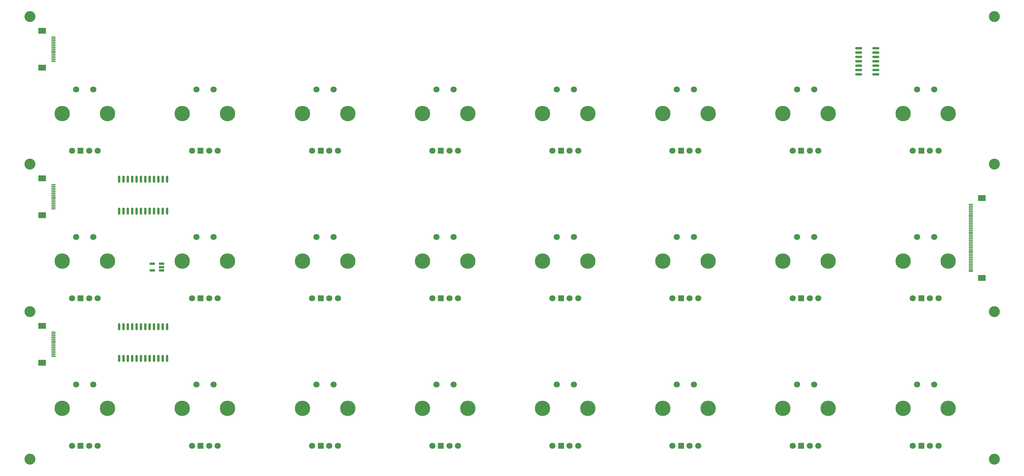
<source format=gbr>
%TF.GenerationSoftware,KiCad,Pcbnew,7.0.7*%
%TF.CreationDate,2024-03-28T21:46:40-04:00*%
%TF.ProjectId,midi-controller_pot-board_teensy,6d696469-2d63-46f6-9e74-726f6c6c6572,rev?*%
%TF.SameCoordinates,Original*%
%TF.FileFunction,Soldermask,Bot*%
%TF.FilePolarity,Negative*%
%FSLAX46Y46*%
G04 Gerber Fmt 4.6, Leading zero omitted, Abs format (unit mm)*
G04 Created by KiCad (PCBNEW 7.0.7) date 2024-03-28 21:46:40*
%MOMM*%
%LPD*%
G01*
G04 APERTURE LIST*
G04 Aperture macros list*
%AMRoundRect*
0 Rectangle with rounded corners*
0 $1 Rounding radius*
0 $2 $3 $4 $5 $6 $7 $8 $9 X,Y pos of 4 corners*
0 Add a 4 corners polygon primitive as box body*
4,1,4,$2,$3,$4,$5,$6,$7,$8,$9,$2,$3,0*
0 Add four circle primitives for the rounded corners*
1,1,$1+$1,$2,$3*
1,1,$1+$1,$4,$5*
1,1,$1+$1,$6,$7*
1,1,$1+$1,$8,$9*
0 Add four rect primitives between the rounded corners*
20,1,$1+$1,$2,$3,$4,$5,0*
20,1,$1+$1,$4,$5,$6,$7,0*
20,1,$1+$1,$6,$7,$8,$9,0*
20,1,$1+$1,$8,$9,$2,$3,0*%
G04 Aperture macros list end*
%ADD10R,1.800000X1.800000*%
%ADD11C,1.800000*%
%ADD12C,4.500000*%
%ADD13C,3.200000*%
%ADD14RoundRect,0.150000X-0.150000X0.875000X-0.150000X-0.875000X0.150000X-0.875000X0.150000X0.875000X0*%
%ADD15R,1.560000X0.650000*%
%ADD16R,1.300000X0.300000*%
%ADD17R,2.200000X1.800000*%
%ADD18RoundRect,0.150000X0.825000X0.150000X-0.825000X0.150000X-0.825000X-0.150000X0.825000X-0.150000X0*%
G04 APERTURE END LIST*
D10*
%TO.C,RV8*%
X356928000Y-137664000D03*
D11*
X359428000Y-137664000D03*
X361928000Y-137664000D03*
X354428000Y-137664000D03*
X355678000Y-119764000D03*
X360678000Y-119764000D03*
D12*
X351578000Y-126764000D03*
X364778000Y-126764000D03*
%TD*%
D13*
%TO.C,H8*%
X378178000Y-227554000D03*
%TD*%
D10*
%TO.C,RV16*%
X356928000Y-180664000D03*
D11*
X359428000Y-180664000D03*
X361928000Y-180664000D03*
X354428000Y-180664000D03*
X355678000Y-162764000D03*
X360678000Y-162764000D03*
D12*
X351578000Y-169764000D03*
X364778000Y-169764000D03*
%TD*%
D10*
%TO.C,RV24*%
X356928000Y-223664000D03*
D11*
X359428000Y-223664000D03*
X361928000Y-223664000D03*
X354428000Y-223664000D03*
X355678000Y-205764000D03*
X360678000Y-205764000D03*
D12*
X351578000Y-212764000D03*
X364778000Y-212764000D03*
%TD*%
D10*
%TO.C,RV2*%
X146928000Y-137664000D03*
D11*
X149428000Y-137664000D03*
X151928000Y-137664000D03*
X144428000Y-137664000D03*
X145678000Y-119764000D03*
X150678000Y-119764000D03*
D12*
X141578000Y-126764000D03*
X154778000Y-126764000D03*
%TD*%
D10*
%TO.C,RV10*%
X146928000Y-180664000D03*
D11*
X149428000Y-180664000D03*
X151928000Y-180664000D03*
X144428000Y-180664000D03*
X145678000Y-162764000D03*
X150678000Y-162764000D03*
D12*
X141578000Y-169764000D03*
X154778000Y-169764000D03*
%TD*%
D10*
%TO.C,RV11*%
X181928000Y-180664000D03*
D11*
X184428000Y-180664000D03*
X186928000Y-180664000D03*
X179428000Y-180664000D03*
X180678000Y-162764000D03*
X185678000Y-162764000D03*
D12*
X176578000Y-169764000D03*
X189778000Y-169764000D03*
%TD*%
D13*
%TO.C,H6*%
X378178000Y-184554000D03*
%TD*%
%TO.C,H3*%
X97178000Y-141554000D03*
%TD*%
D10*
%TO.C,RV15*%
X321928000Y-180664000D03*
D11*
X324428000Y-180664000D03*
X326928000Y-180664000D03*
X319428000Y-180664000D03*
X320678000Y-162764000D03*
X325678000Y-162764000D03*
D12*
X316578000Y-169764000D03*
X329778000Y-169764000D03*
%TD*%
D10*
%TO.C,RV6*%
X286928000Y-137664000D03*
D11*
X289428000Y-137664000D03*
X291928000Y-137664000D03*
X284428000Y-137664000D03*
X285678000Y-119764000D03*
X290678000Y-119764000D03*
D12*
X281578000Y-126764000D03*
X294778000Y-126764000D03*
%TD*%
D10*
%TO.C,RV21*%
X251928000Y-223664000D03*
D11*
X254428000Y-223664000D03*
X256928000Y-223664000D03*
X249428000Y-223664000D03*
X250678000Y-205764000D03*
X255678000Y-205764000D03*
D12*
X246578000Y-212764000D03*
X259778000Y-212764000D03*
%TD*%
D10*
%TO.C,RV23*%
X321928000Y-223664000D03*
D11*
X324428000Y-223664000D03*
X326928000Y-223664000D03*
X319428000Y-223664000D03*
X320678000Y-205764000D03*
X325678000Y-205764000D03*
D12*
X316578000Y-212764000D03*
X329778000Y-212764000D03*
%TD*%
D10*
%TO.C,RV13*%
X251928000Y-180664000D03*
D11*
X254428000Y-180664000D03*
X256928000Y-180664000D03*
X249428000Y-180664000D03*
X250678000Y-162764000D03*
X255678000Y-162764000D03*
D12*
X246578000Y-169764000D03*
X259778000Y-169764000D03*
%TD*%
D10*
%TO.C,RV3*%
X181928000Y-137664000D03*
D11*
X184428000Y-137664000D03*
X186928000Y-137664000D03*
X179428000Y-137664000D03*
X180678000Y-119764000D03*
X185678000Y-119764000D03*
D12*
X176578000Y-126764000D03*
X189778000Y-126764000D03*
%TD*%
D10*
%TO.C,RV1*%
X111928000Y-137664000D03*
D11*
X114428000Y-137664000D03*
X116928000Y-137664000D03*
X109428000Y-137664000D03*
X110678000Y-119764000D03*
X115678000Y-119764000D03*
D12*
X106578000Y-126764000D03*
X119778000Y-126764000D03*
%TD*%
D10*
%TO.C,RV9*%
X111928000Y-180664000D03*
D11*
X114428000Y-180664000D03*
X116928000Y-180664000D03*
X109428000Y-180664000D03*
X110678000Y-162764000D03*
X115678000Y-162764000D03*
D12*
X106578000Y-169764000D03*
X119778000Y-169764000D03*
%TD*%
D10*
%TO.C,RV14*%
X286928000Y-180664000D03*
D11*
X289428000Y-180664000D03*
X291928000Y-180664000D03*
X284428000Y-180664000D03*
X285678000Y-162764000D03*
X290678000Y-162764000D03*
D12*
X281578000Y-169764000D03*
X294778000Y-169764000D03*
%TD*%
D10*
%TO.C,RV7*%
X321928000Y-137664000D03*
D11*
X324428000Y-137664000D03*
X326928000Y-137664000D03*
X319428000Y-137664000D03*
X320678000Y-119764000D03*
X325678000Y-119764000D03*
D12*
X316578000Y-126764000D03*
X329778000Y-126764000D03*
%TD*%
D13*
%TO.C,H1*%
X97178000Y-98554000D03*
%TD*%
%TO.C,H7*%
X97178000Y-227554000D03*
%TD*%
%TO.C,H2*%
X378178000Y-98554000D03*
%TD*%
D10*
%TO.C,RV20*%
X216928000Y-223664000D03*
D11*
X219428000Y-223664000D03*
X221928000Y-223664000D03*
X214428000Y-223664000D03*
X215678000Y-205764000D03*
X220678000Y-205764000D03*
D12*
X211578000Y-212764000D03*
X224778000Y-212764000D03*
%TD*%
D10*
%TO.C,RV4*%
X216928000Y-137664000D03*
D11*
X219428000Y-137664000D03*
X221928000Y-137664000D03*
X214428000Y-137664000D03*
X215678000Y-119764000D03*
X220678000Y-119764000D03*
D12*
X211578000Y-126764000D03*
X224778000Y-126764000D03*
%TD*%
D10*
%TO.C,RV17*%
X111928000Y-223664000D03*
D11*
X114428000Y-223664000D03*
X116928000Y-223664000D03*
X109428000Y-223664000D03*
X110678000Y-205764000D03*
X115678000Y-205764000D03*
D12*
X106578000Y-212764000D03*
X119778000Y-212764000D03*
%TD*%
D10*
%TO.C,RV18*%
X146928000Y-223664000D03*
D11*
X149428000Y-223664000D03*
X151928000Y-223664000D03*
X144428000Y-223664000D03*
X145678000Y-205764000D03*
X150678000Y-205764000D03*
D12*
X141578000Y-212764000D03*
X154778000Y-212764000D03*
%TD*%
D13*
%TO.C,H5*%
X97178000Y-184554000D03*
%TD*%
D10*
%TO.C,RV19*%
X181928000Y-223664000D03*
D11*
X184428000Y-223664000D03*
X186928000Y-223664000D03*
X179428000Y-223664000D03*
X180678000Y-205764000D03*
X185678000Y-205764000D03*
D12*
X176578000Y-212764000D03*
X189778000Y-212764000D03*
%TD*%
D10*
%TO.C,RV5*%
X251928000Y-137664000D03*
D11*
X254428000Y-137664000D03*
X256928000Y-137664000D03*
X249428000Y-137664000D03*
X250678000Y-119764000D03*
X255678000Y-119764000D03*
D12*
X246578000Y-126764000D03*
X259778000Y-126764000D03*
%TD*%
D10*
%TO.C,RV12*%
X216928000Y-180664000D03*
D11*
X219428000Y-180664000D03*
X221928000Y-180664000D03*
X214428000Y-180664000D03*
X215678000Y-162764000D03*
X220678000Y-162764000D03*
D12*
X211578000Y-169764000D03*
X224778000Y-169764000D03*
%TD*%
D10*
%TO.C,RV22*%
X286928000Y-223664000D03*
D11*
X289428000Y-223664000D03*
X291928000Y-223664000D03*
X284428000Y-223664000D03*
X285678000Y-205764000D03*
X290678000Y-205764000D03*
D12*
X281578000Y-212764000D03*
X294778000Y-212764000D03*
%TD*%
D13*
%TO.C,H4*%
X378178000Y-141554000D03*
%TD*%
D14*
%TO.C,U9*%
X123193000Y-188904000D03*
X124463000Y-188904000D03*
X125733000Y-188904000D03*
X127003000Y-188904000D03*
X128273000Y-188904000D03*
X129543000Y-188904000D03*
X130813000Y-188904000D03*
X132083000Y-188904000D03*
X133353000Y-188904000D03*
X134623000Y-188904000D03*
X135893000Y-188904000D03*
X137163000Y-188904000D03*
X137163000Y-198204000D03*
X135893000Y-198204000D03*
X134623000Y-198204000D03*
X133353000Y-198204000D03*
X132083000Y-198204000D03*
X130813000Y-198204000D03*
X129543000Y-198204000D03*
X128273000Y-198204000D03*
X127003000Y-198204000D03*
X125733000Y-198204000D03*
X124463000Y-198204000D03*
X123193000Y-198204000D03*
%TD*%
D15*
%TO.C,U10*%
X135528000Y-170604000D03*
X135528000Y-171554000D03*
X135528000Y-172504000D03*
X132828000Y-172504000D03*
X132828000Y-170604000D03*
%TD*%
D16*
%TO.C,J2*%
X104028000Y-154554000D03*
X104028000Y-154054000D03*
X104028000Y-153554000D03*
X104028000Y-153054000D03*
X104028000Y-152554000D03*
X104028000Y-152054000D03*
X104028000Y-151554000D03*
X104028000Y-151054000D03*
X104028000Y-150554000D03*
X104028000Y-150054000D03*
X104028000Y-149554000D03*
X104028000Y-149054000D03*
X104028000Y-148554000D03*
X104028000Y-148054000D03*
X104028000Y-147554000D03*
D17*
X100778000Y-156454000D03*
X100778000Y-145654000D03*
%TD*%
D16*
%TO.C,J3*%
X104028000Y-197554000D03*
X104028000Y-197054000D03*
X104028000Y-196554000D03*
X104028000Y-196054000D03*
X104028000Y-195554000D03*
X104028000Y-195054000D03*
X104028000Y-194554000D03*
X104028000Y-194054000D03*
X104028000Y-193554000D03*
X104028000Y-193054000D03*
X104028000Y-192554000D03*
X104028000Y-192054000D03*
X104028000Y-191554000D03*
X104028000Y-191054000D03*
X104028000Y-190554000D03*
D17*
X100778000Y-199454000D03*
X100778000Y-188654000D03*
%TD*%
D18*
%TO.C,U7*%
X343653000Y-107744000D03*
X343653000Y-109014000D03*
X343653000Y-110284000D03*
X343653000Y-111554000D03*
X343653000Y-112824000D03*
X343653000Y-114094000D03*
X343653000Y-115364000D03*
X338703000Y-115364000D03*
X338703000Y-114094000D03*
X338703000Y-112824000D03*
X338703000Y-111554000D03*
X338703000Y-110284000D03*
X338703000Y-109014000D03*
X338703000Y-107744000D03*
%TD*%
D16*
%TO.C,J1*%
X104028000Y-111554000D03*
X104028000Y-111054000D03*
X104028000Y-110554000D03*
X104028000Y-110054000D03*
X104028000Y-109554000D03*
X104028000Y-109054000D03*
X104028000Y-108554000D03*
X104028000Y-108054000D03*
X104028000Y-107554000D03*
X104028000Y-107054000D03*
X104028000Y-106554000D03*
X104028000Y-106054000D03*
X104028000Y-105554000D03*
X104028000Y-105054000D03*
X104028000Y-104554000D03*
D17*
X100778000Y-113454000D03*
X100778000Y-102654000D03*
%TD*%
D16*
%TO.C,J4*%
X371328000Y-153304000D03*
X371328000Y-153804000D03*
X371328000Y-154304000D03*
X371328000Y-154804000D03*
X371328000Y-155304000D03*
X371328000Y-155804000D03*
X371328000Y-156304000D03*
X371328000Y-156804000D03*
X371328000Y-157304000D03*
X371328000Y-157804000D03*
X371328000Y-158304000D03*
X371328000Y-158804000D03*
X371328000Y-159304000D03*
X371328000Y-159804000D03*
X371328000Y-160304000D03*
X371328000Y-160804000D03*
X371328000Y-161304000D03*
X371328000Y-161804000D03*
X371328000Y-162304000D03*
X371328000Y-162804000D03*
X371328000Y-163304000D03*
X371328000Y-163804000D03*
X371328000Y-164304000D03*
X371328000Y-164804000D03*
X371328000Y-165304000D03*
X371328000Y-165804000D03*
X371328000Y-166304000D03*
X371328000Y-166804000D03*
X371328000Y-167304000D03*
X371328000Y-167804000D03*
X371328000Y-168304000D03*
X371328000Y-168804000D03*
X371328000Y-169304000D03*
X371328000Y-169804000D03*
X371328000Y-170304000D03*
X371328000Y-170804000D03*
X371328000Y-171304000D03*
X371328000Y-171804000D03*
X371328000Y-172304000D03*
X371328000Y-172804000D03*
D17*
X374578000Y-151404000D03*
X374578000Y-174704000D03*
%TD*%
D14*
%TO.C,U8*%
X123193000Y-145904000D03*
X124463000Y-145904000D03*
X125733000Y-145904000D03*
X127003000Y-145904000D03*
X128273000Y-145904000D03*
X129543000Y-145904000D03*
X130813000Y-145904000D03*
X132083000Y-145904000D03*
X133353000Y-145904000D03*
X134623000Y-145904000D03*
X135893000Y-145904000D03*
X137163000Y-145904000D03*
X137163000Y-155204000D03*
X135893000Y-155204000D03*
X134623000Y-155204000D03*
X133353000Y-155204000D03*
X132083000Y-155204000D03*
X130813000Y-155204000D03*
X129543000Y-155204000D03*
X128273000Y-155204000D03*
X127003000Y-155204000D03*
X125733000Y-155204000D03*
X124463000Y-155204000D03*
X123193000Y-155204000D03*
%TD*%
M02*

</source>
